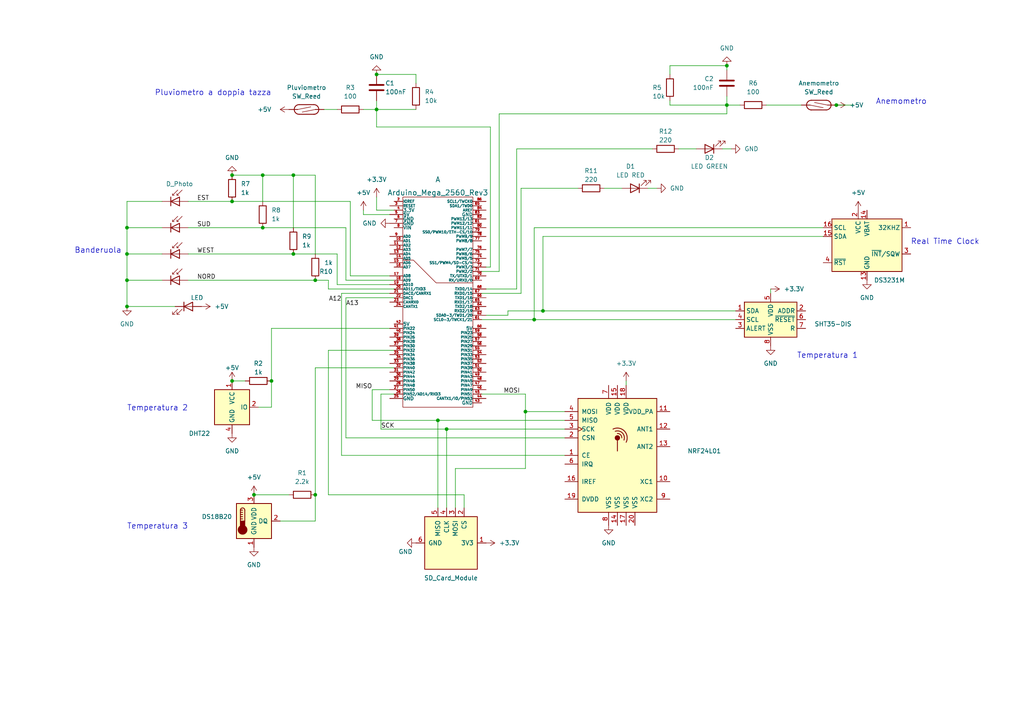
<source format=kicad_sch>
(kicad_sch (version 20211123) (generator eeschema)
  (paper "A4")
  (title_block (title "Master Weather Station - FedeJack") (date "2022-09-23") (rev "1.3"))
  (lib_symbols
    (symbol "Charleslabs_Parts:SD_Card_Module" (pin_names (offset 1.016))
      (property "Reference" "A" (at -7.62 10.16 0))
      (property "Value" "SD_Card_Module" (at 10.16 10.16 0))
      (symbol "SD_Card_Module_0_1"
        (rectangle (start -7.62 7.62) (end 7.62 -7.62) (stroke (width 0.254)) (fill (type background)))
      )
      (symbol "SD_Card_Module_1_1"
        (pin power_in line (at 0 10.16 270) (length 2.54) (name "3V3") (number "1"))
        (pin input line (at -10.16 3.81 0) (length 2.54) (name "CS") (number "2"))
        (pin input line (at -10.16 1.27 0) (length 2.54) (name "MOSI") (number "3"))
        (pin input line (at -10.16 -1.27 0) (length 2.54) (name "CLK") (number "4"))
        (pin output line (at -10.16 -3.81 0) (length 2.54) (name "MISO") (number "5"))
        (pin power_in line (at 0 -10.16 90) (length 2.54) (name "GND") (number "6"))
      )
    )
    (symbol "Device:C" (pin_numbers hide) (pin_names (offset 0.254))
      (property "Reference" "C" (at 0.635 2.54 0))
      (property "Value" "C" (at 0.635 -2.54 0))
      (symbol "C_0_1"
        (polyline (pts (xy -2.032 -0.762) (xy 2.032 -0.762)) (stroke (width 0.508)))
        (polyline (pts (xy -2.032 0.762) (xy 2.032 0.762)) (stroke (width 0.508)))
      )
      (symbol "C_1_1"
        (pin passive line (at 0 3.81 270) (length 2.794) (name "~") (number "1"))
        (pin passive line (at 0 -3.81 90) (length 2.794) (name "~") (number "2"))
      )
    )
    (symbol "Device:D_Photo" (pin_numbers hide) (pin_names hide)
      (property "Reference" "D" (at 0.508 1.778 0))
      (property "Value" "D_Photo" (at -1.016 -2.794 0))
      (symbol "D_Photo_0_1"
        (polyline (pts (xy -2.54 1.27) (xy -2.54 -1.27)) (stroke (width 0.254)))
        (polyline (pts (xy -2.032 1.778) (xy -1.524 1.778)))
        (polyline (pts (xy 0 0) (xy -2.54 0)))
        (polyline (pts (xy -0.508 3.302) (xy -2.032 1.778) (xy -2.032 2.286)))
        (polyline (pts (xy 0 -1.27) (xy 0 1.27) (xy -2.54 0) (xy 0 -1.27)) (stroke (width 0.254)))
        (polyline (pts (xy 0.762 3.302) (xy -0.762 1.778) (xy -0.762 2.286) (xy -0.762 1.778) (xy -0.254 1.778)))
      )
      (symbol "D_Photo_1_1"
        (pin passive line (at -5.08 0 0) (length 2.54) (name "K") (number "1"))
        (pin passive line (at 2.54 0 180) (length 2.54) (name "A") (number "2"))
      )
    )
    (symbol "Device:LED" (pin_numbers hide) (pin_names (offset 1.016) hide)
      (property "Reference" "D" (at 0 2.54 0))
      (property "Value" "LED" (at 0 -2.54 0))
      (symbol "LED_0_1"
        (polyline (pts (xy -1.27 -1.27) (xy -1.27 1.27)) (stroke (width 0.254)))
        (polyline (pts (xy -1.27 0) (xy 1.27 0)))
        (polyline (pts (xy 1.27 -1.27) (xy 1.27 1.27) (xy -1.27 0) (xy 1.27 -1.27)) (stroke (width 0.254)))
        (polyline (pts (xy -3.048 -0.762) (xy -4.572 -2.286) (xy -3.81 -2.286) (xy -4.572 -2.286) (xy -4.572 -1.524)))
        (polyline (pts (xy -1.778 -0.762) (xy -3.302 -2.286) (xy -2.54 -2.286) (xy -3.302 -2.286) (xy -3.302 -1.524)))
      )
      (symbol "LED_1_1"
        (pin passive line (at -3.81 0 0) (length 2.54) (name "K") (number "1"))
        (pin passive line (at 3.81 0 180) (length 2.54) (name "A") (number "2"))
      )
    )
    (symbol "Device:R" (pin_numbers hide) (pin_names (offset 0))
      (property "Reference" "R" (at 2.032 0 90))
      (property "Value" "R" (at 0 0 90))
      (symbol "R_0_1"
        (rectangle (start -1.016 -2.54) (end 1.016 2.54) (stroke (width 0.254)))
      )
      (symbol "R_1_1"
        (pin passive line (at 0 3.81 270) (length 1.27) (name "~") (number "1"))
        (pin passive line (at 0 -3.81 90) (length 1.27) (name "~") (number "2"))
      )
    )
    (symbol "RF:NRF24L01" (pin_names (offset 1.016))
      (property "Reference" "U" (at -11.43 17.78 0))
      (property "Value" "NRF24L01" (at 5.08 17.78 0))
      (symbol "NRF24L01_0_1"
        (rectangle (start -11.43 16.51) (end 11.43 -16.51) (stroke (width 0.254)) (fill (type background)))
        (polyline (pts (xy 0 4.445) (xy 0 1.27)) (stroke (width 0.254)))
        (circle (center 0 5.08) (radius 0.635) (stroke (width 0.254)) (fill (type outline)))
        (arc (start 1.27 5.08) (mid 0.9071 5.9946) (end 0 6.35) (stroke (width 0.254)))
        (arc (start 1.905 4.445) (mid 1.4313 6.5254) (end -0.635 6.985) (stroke (width 0.254)))
        (arc (start 2.54 3.81) (mid 2.008 7.088) (end -1.27 7.62) (stroke (width 0.254)))
        (rectangle (start 11.43 -13.97) (end 11.43 -13.97))
      )
      (symbol "NRF24L01_1_1"
        (pin input line (at -15.24 0 0) (length 3.81) (name "CE") (number "1"))
        (pin passive line (at 15.24 -7.62 180) (length 3.81) (name "XC1") (number "10"))
        (pin power_out line (at 15.24 12.7 180) (length 3.81) (name "VDD_PA") (number "11"))
        (pin passive line (at 15.24 7.62 180) (length 3.81) (name "ANT1") (number "12"))
        (pin passive line (at 15.24 2.54 180) (length 3.81) (name "ANT2") (number "13"))
        (pin power_in line (at 0 -20.32 90) (length 3.81) (name "VSS") (number "14"))
        (pin power_in line (at 0 20.32 270) (length 3.81) (name "VDD") (number "15"))
        (pin passive line (at -15.24 -7.62 0) (length 3.81) (name "IREF") (number "16"))
        (pin power_in line (at 2.54 -20.32 90) (length 3.81) (name "VSS") (number "17"))
        (pin power_in line (at 2.54 20.32 270) (length 3.81) (name "VDD") (number "18"))
        (pin power_out line (at -15.24 -12.7 0) (length 3.81) (name "DVDD") (number "19"))
        (pin input line (at -15.24 5.08 0) (length 3.81) (name "CSN") (number "2"))
        (pin power_in line (at 5.08 -20.32 90) (length 3.81) (name "VSS") (number "20"))
        (pin input clock (at -15.24 7.62 0) (length 3.81) (name "SCK") (number "3"))
        (pin input line (at -15.24 12.7 0) (length 3.81) (name "MOSI") (number "4"))
        (pin output line (at -15.24 10.16 0) (length 3.81) (name "MISO") (number "5"))
        (pin output line (at -15.24 -2.54 0) (length 3.81) (name "IRQ") (number "6"))
        (pin power_in line (at -2.54 20.32 270) (length 3.81) (name "VDD") (number "7"))
        (pin power_in line (at -2.54 -20.32 90) (length 3.81) (name "VSS") (number "8"))
        (pin passive line (at 15.24 -12.7 180) (length 3.81) (name "XC2") (number "9"))
      )
    )
    (symbol "Sensor:DHT11"
      (property "Reference" "U" (at -3.81 6.35 0))
      (property "Value" "DHT11" (at 3.81 6.35 0))
      (symbol "DHT11_0_1"
        (rectangle (start -5.08 5.08) (end 5.08 -5.08) (stroke (width 0.254)) (fill (type background)))
      )
      (symbol "DHT11_1_1"
        (pin power_in line (at 0 7.62 270) (length 2.54) (name "VCC") (number "1"))
        (pin bidirectional line (at 7.62 0 180) (length 2.54) (name "IO") (number "2"))
        (pin no_connect line (at -5.08 0 0) (length 2.54) hide (name "NC") (number "3"))
        (pin power_in line (at 0 -7.62 90) (length 2.54) (name "GND") (number "4"))
      )
    )
    (symbol "Sensor_Humidity:SHT35-DIS"
      (property "Reference" "U" (at -6.35 6.35 0))
      (property "Value" "SHT35-DIS" (at 6.35 6.35 0))
      (symbol "SHT35-DIS_0_1"
        (rectangle (start -7.62 5.08) (end 7.62 -5.08) (stroke (width 0.254)) (fill (type background)))
      )
      (symbol "SHT35-DIS_1_1"
        (pin bidirectional line (at 10.16 2.54 180) (length 2.54) (name "SDA") (number "1"))
        (pin input line (at -10.16 2.54 0) (length 2.54) (name "ADDR") (number "2"))
        (pin output line (at 10.16 -2.54 180) (length 2.54) (name "ALERT") (number "3"))
        (pin input line (at 10.16 0 180) (length 2.54) (name "SCL") (number "4"))
        (pin power_in line (at 0 7.62 270) (length 2.54) (name "VDD") (number "5"))
        (pin input line (at -10.16 0 0) (length 2.54) (name "~{RESET}") (number "6"))
        (pin passive line (at -10.16 -2.54 0) (length 2.54) (name "R") (number "7"))
        (pin power_in line (at 0 -7.62 90) (length 2.54) (name "VSS") (number "8"))
        (pin passive line (at 0 -7.62 90) (length 2.54) hide (name "VSS") (number "9"))
      )
    )
    (symbol "Sensor_Temperature:DS18B20" (pin_names (offset 1.016))
      (property "Reference" "U" (at -3.81 6.35 0))
      (property "Value" "DS18B20" (at 6.35 6.35 0))
      (symbol "DS18B20_0_1"
        (rectangle (start -5.08 5.08) (end 5.08 -5.08) (stroke (width 0.254)) (fill (type background)))
        (circle (center -3.302 -2.54) (radius 1.27) (stroke (width 0.254)) (fill (type outline)))
        (rectangle (start -2.667 -1.905) (end -3.937 0) (stroke (width 0.254)) (fill (type outline)))
        (arc (start -2.667 3.175) (mid -3.302 3.81) (end -3.937 3.175) (stroke (width 0.254)))
        (polyline (pts (xy -3.937 0.635) (xy -3.302 0.635)) (stroke (width 0.254)))
        (polyline (pts (xy -3.937 1.27) (xy -3.302 1.27)) (stroke (width 0.254)))
        (polyline (pts (xy -3.937 1.905) (xy -3.302 1.905)) (stroke (width 0.254)))
        (polyline (pts (xy -3.937 2.54) (xy -3.302 2.54)) (stroke (width 0.254)))
        (polyline (pts (xy -3.937 3.175) (xy -3.937 0)) (stroke (width 0.254)))
        (polyline (pts (xy -3.937 3.175) (xy -3.302 3.175)) (stroke (width 0.254)))
        (polyline (pts (xy -2.667 3.175) (xy -2.667 0)) (stroke (width 0.254)))
      )
      (symbol "DS18B20_1_1"
        (pin power_in line (at 0 -7.62 90) (length 2.54) (name "GND") (number "1"))
        (pin bidirectional line (at 7.62 0 180) (length 2.54) (name "DQ") (number "2"))
        (pin power_in line (at 0 7.62 270) (length 2.54) (name "VDD") (number "3"))
      )
    )
    (symbol "Switch:SW_Reed" (pin_numbers hide) (pin_names (offset 0) hide)
      (property "Reference" "SW" (at 0 2.54 0))
      (property "Value" "SW_Reed" (at 0 -2.54 0))
      (symbol "SW_Reed_0_0"
        (arc (start -2.159 1.397) (mid -3.556 0) (end -2.159 -1.397) (stroke (width 0.254)))
        (polyline (pts (xy -2.54 0) (xy 1.27 0.762)))
        (polyline (pts (xy -2.159 -1.397) (xy 2.286 -1.397)) (stroke (width 0.254)))
        (polyline (pts (xy 2.159 1.397) (xy -2.159 1.397)) (stroke (width 0.254)))
        (polyline (pts (xy 2.54 0) (xy -1.27 -0.762)))
        (arc (start 2.159 -1.397) (mid 3.556 0) (end 2.159 1.397) (stroke (width 0.254)))
      )
      (symbol "SW_Reed_1_1"
        (pin passive line (at -5.08 0 0) (length 2.54) (name "1") (number "1"))
        (pin passive line (at 5.08 0 180) (length 2.54) (name "2") (number "2"))
      )
    )
    (symbol "Timer_RTC:DS3231M"
      (property "Reference" "U" (at -7.62 8.89 0))
      (property "Value" "DS3231M" (at 10.16 8.89 0))
      (symbol "DS3231M_0_1"
        (rectangle (start -10.16 7.62) (end 10.16 -7.62) (stroke (width 0.254)) (fill (type background)))
      )
      (symbol "DS3231M_1_1"
        (pin open_collector line (at 12.7 5.08 180) (length 2.54) (name "32KHZ") (number "1"))
        (pin passive line (at 0 -10.16 90) (length 2.54) hide (name "GND") (number "10"))
        (pin passive line (at 0 -10.16 90) (length 2.54) hide (name "GND") (number "11"))
        (pin passive line (at 0 -10.16 90) (length 2.54) hide (name "GND") (number "12"))
        (pin power_in line (at 0 -10.16 90) (length 2.54) (name "GND") (number "13"))
        (pin power_in line (at 0 10.16 270) (length 2.54) (name "VBAT") (number "14"))
        (pin bidirectional line (at -12.7 2.54 0) (length 2.54) (name "SDA") (number "15"))
        (pin input line (at -12.7 5.08 0) (length 2.54) (name "SCL") (number "16"))
        (pin power_in line (at -2.54 10.16 270) (length 2.54) (name "VCC") (number "2"))
        (pin open_collector line (at 12.7 -2.54 180) (length 2.54) (name "~{INT}/SQW") (number "3"))
        (pin bidirectional line (at -12.7 -5.08 0) (length 2.54) (name "~{RST}") (number "4"))
        (pin passive line (at 0 -10.16 90) (length 2.54) hide (name "GND") (number "5"))
        (pin passive line (at 0 -10.16 90) (length 2.54) hide (name "GND") (number "6"))
        (pin passive line (at 0 -10.16 90) (length 2.54) hide (name "GND") (number "7"))
        (pin passive line (at 0 -10.16 90) (length 2.54) hide (name "GND") (number "8"))
        (pin passive line (at 0 -10.16 90) (length 2.54) hide (name "GND") (number "9"))
      )
    )
    (symbol "power:+3.3V" (power) (pin_names (offset 0))
      (property "Value" "+3.3V" (at 0 3.556 0))
      (symbol "+3.3V_0_1"
        (polyline (pts (xy -0.762 1.27) (xy 0 2.54)))
        (polyline (pts (xy 0 0) (xy 0 2.54)))
        (polyline (pts (xy 0 2.54) (xy 0.762 1.27)))
      )
      (symbol "+3.3V_1_1"
        (pin power_in line (at 0 0 90) (length 0) hide (name "+3.3V") (number "1"))
      )
    )
    (symbol "power:+5V" (power) (pin_names (offset 0))
      (property "Value" "+5V" (at 0 3.556 0))
      (symbol "+5V_0_1"
        (polyline (pts (xy -0.762 1.27) (xy 0 2.54)))
        (polyline (pts (xy 0 0) (xy 0 2.54)))
        (polyline (pts (xy 0 2.54) (xy 0.762 1.27)))
      )
      (symbol "+5V_1_1"
        (pin power_in line (at 0 0 90) (length 0) hide (name "+5V") (number "1"))
      )
    )
    (symbol "power:GND" (power) (pin_names (offset 0))
      (property "Value" "GND" (at 0 -3.81 0))
      (symbol "GND_0_1"
        (polyline (pts (xy 0 0) (xy 0 -1.27) (xy 1.27 -1.27) (xy 0 -2.54) (xy -1.27 -1.27) (xy 0 -1.27)))
      )
      (symbol "GND_1_1"
        (pin power_in line (at 0 0 270) (length 0) hide (name "GND") (number "1"))
      )
    )
    (symbol "w_connectors:Arduino_Mega_Header" (pin_names (offset 0.0254))
      (property "Reference" "J" (at 0 31.75 0))
      (property "Value" "Arduino_Mega_Header" (at 0 -31.75 0))
      (symbol "Arduino_Mega_Header_0_1"
        (polyline (pts (xy -8.636 12.192) (xy -9.652 12.192)))
        (polyline (pts (xy 10.16 5.588) (xy -0.508 5.588) (xy -7.112 12.192) (xy -10.16 12.192)))
        (rectangle (start 10.16 -30.48) (end -10.16 30.48))
      )
      (symbol "Arduino_Mega_Header_1_1"
        (pin passive line (at -12.7 17.78 0) (length 2.54) (name "AD1") (number "10"))
        (pin passive line (at -13.97 16.51 0) (length 3.81) (name "AD2") (number "11"))
        (pin passive line (at -12.7 15.24 0) (length 2.54) (name "AD3") (number "12"))
        (pin passive line (at -13.97 13.97 0) (length 3.81) (name "AD4") (number "13"))
        (pin passive line (at -12.7 12.7 0) (length 2.54) (name "AD5") (number "14"))
        (pin passive line (at -13.97 11.43 0) (length 3.81) (name "AD6") (number "15"))
        (pin passive line (at -12.7 10.16 0) (length 2.54) (name "AD7") (number "16"))
        (pin passive line (at -13.97 7.62 0) (length 3.81) (name "AD8") (number "17"))
        (pin passive line (at -12.7 6.35 0) (length 2.54) (name "AD9") (number "18"))
        (pin passive line (at -13.97 5.08 0) (length 3.81) (name "AD10") (number "19"))
        (pin passive line (at -12.7 29.21 0) (length 2.54) (name "IOREF") (number "2"))
        (pin passive line (at -12.7 3.81 0) (length 2.54) (name "AD11/TXD3") (number "20"))
        (pin passive line (at -13.97 2.54 0) (length 3.81) (name "DAC0/CANRX1") (number "21"))
        (pin passive line (at -12.7 1.27 0) (length 2.54) (name "DAC1") (number "22"))
        (pin passive line (at -13.97 0 0) (length 3.81) (name "CANRX0") (number "23"))
        (pin passive line (at -12.7 -1.27 0) (length 2.54) (name "CANTX1") (number "24"))
        (pin passive line (at -13.97 -27.94 0) (length 3.81) (name "GND") (number "25"))
        (pin passive line (at -12.7 -26.67 0) (length 2.54) (name "PIN52/AD14/RXD3") (number "26"))
        (pin passive line (at -13.97 -25.4 0) (length 3.81) (name "PIN50") (number "27"))
        (pin passive line (at -12.7 -24.13 0) (length 2.54) (name "PIN48") (number "28"))
        (pin passive line (at -13.97 -22.86 0) (length 3.81) (name "PIN46") (number "29"))
        (pin passive line (at -13.97 27.94 0) (length 3.81) (name "RESET") (number "3"))
        (pin passive line (at -12.7 -21.59 0) (length 2.54) (name "PIN44") (number "30"))
        (pin passive line (at -13.97 -20.32 0) (length 3.81) (name "PIN42") (number "31"))
        (pin passive line (at -12.7 -19.05 0) (length 2.54) (name "PIN40") (number "32"))
        (pin passive line (at -13.97 -17.78 0) (length 3.81) (name "PIN38") (number "33"))
        (pin passive line (at -12.7 -16.51 0) (length 2.54) (name "PIN36") (number "34"))
        (pin passive line (at -13.97 -15.24 0) (length 3.81) (name "PIN34") (number "35"))
        (pin passive line (at -12.7 -13.97 0) (length 2.54) (name "PIN32") (number "36"))
        (pin passive line (at -13.97 -12.7 0) (length 3.81) (name "PIN30") (number "37"))
        (pin passive line (at -12.7 -11.43 0) (length 2.54) (name "PIN28") (number "38"))
        (pin passive line (at -13.97 -10.16 0) (length 3.81) (name "PIN26") (number "39"))
        (pin passive line (at -12.7 26.67 0) (length 2.54) (name "3.3V") (number "4"))
        (pin passive line (at -12.7 -8.89 0) (length 2.54) (name "PIN24") (number "40"))
        (pin passive line (at -13.97 -7.62 0) (length 3.81) (name "PIN22") (number "41"))
        (pin passive line (at -12.7 -6.35 0) (length 2.54) (name "5V") (number "42"))
        (pin passive line (at 12.7 -29.21 180) (length 2.54) (name "GND") (number "43"))
        (pin passive line (at 13.97 -27.94 180) (length 3.81) (name "CANTX1/IO/PIN53") (number "44"))
        (pin passive line (at 12.7 -26.67 180) (length 2.54) (name "PIN51") (number "45"))
        (pin passive line (at 13.97 -25.4 180) (length 3.81) (name "PIN49") (number "46"))
        (pin passive line (at 12.7 -24.13 180) (length 2.54) (name "PIN47") (number "47"))
        (pin passive line (at 13.97 -22.86 180) (length 3.81) (name "PIN45") (number "48"))
        (pin passive line (at 12.7 -21.59 180) (length 2.54) (name "PIN43") (number "49"))
        (pin passive line (at -13.97 25.4 0) (length 3.81) (name "5V") (number "5"))
        (pin passive line (at 13.97 -20.32 180) (length 3.81) (name "PIN41") (number "50"))
        (pin passive line (at 12.7 -19.05 180) (length 2.54) (name "PIN39") (number "51"))
        (pin passive line (at 13.97 -17.78 180) (length 3.81) (name "PIN37") (number "52"))
        (pin passive line (at 12.7 -16.51 180) (length 2.54) (name "PIN35") (number "53"))
        (pin passive line (at 13.97 -15.24 180) (length 3.81) (name "PIN33") (number "54"))
        (pin passive line (at 12.7 -13.97 180) (length 2.54) (name "PIN31") (number "55"))
        (pin passive line (at 13.97 -12.7 180) (length 3.81) (name "PIN29") (number "56"))
        (pin passive line (at 12.7 -11.43 180) (length 2.54) (name "PIN27") (number "57"))
        (pin passive line (at 13.97 -10.16 180) (length 3.81) (name "PIN25") (number "58"))
        (pin passive line (at 12.7 -8.89 180) (length 2.54) (name "PIN23") (number "59"))
        (pin passive line (at -12.7 24.13 0) (length 2.54) (name "GND") (number "6"))
        (pin passive line (at 13.97 -7.62 180) (length 3.81) (name "5V") (number "60"))
        (pin passive line (at 12.7 -5.08 180) (length 2.54) (name "SCL0-3/TWCK1/21") (number "61"))
        (pin passive line (at 13.97 -3.81 180) (length 3.81) (name "SDA0-3/TWD1/20") (number "62"))
        (pin passive line (at 12.7 -2.54 180) (length 2.54) (name "RXD2/19") (number "63"))
        (pin passive line (at 13.97 -1.27 180) (length 3.81) (name "TXD2/18") (number "64"))
        (pin passive line (at 12.7 0 180) (length 2.54) (name "RXD1/17") (number "65"))
        (pin passive line (at 13.97 1.27 180) (length 3.81) (name "TXD1/16") (number "66"))
        (pin passive line (at 12.7 2.54 180) (length 2.54) (name "RXD0/15") (number "67"))
        (pin passive line (at 13.97 3.81 180) (length 3.81) (name "TXD0/14") (number "68"))
        (pin passive line (at 12.7 6.35 180) (length 2.54) (name "RX/URXD/0") (number "69"))
        (pin passive line (at -13.97 22.86 0) (length 3.81) (name "GND") (number "7"))
        (pin passive line (at 13.97 7.62 180) (length 3.81) (name "TX/UTXD/1") (number "70"))
        (pin passive line (at 12.7 8.89 180) (length 2.54) (name "PWM2/2") (number "71"))
        (pin passive line (at 13.97 10.16 180) (length 3.81) (name "PWM3/3") (number "72"))
        (pin passive line (at 12.7 11.43 180) (length 2.54) (name "SS1/PWM4/SD-CS/4") (number "73"))
        (pin passive line (at 13.97 12.7 180) (length 3.81) (name "PWM5/5") (number "74"))
        (pin passive line (at 12.7 13.97 180) (length 2.54) (name "PWM6/6") (number "75"))
        (pin passive line (at 13.97 15.24 180) (length 3.81) (name "PWM7/7") (number "76"))
        (pin passive line (at 12.7 17.78 180) (length 2.54) (name "PWM8/8") (number "77"))
        (pin passive line (at 13.97 19.05 180) (length 3.81) (name "PWM9/9") (number "78"))
        (pin passive line (at 12.7 20.32 180) (length 2.54) (name "SS0/PWM10/ETH-CS/10") (number "79"))
        (pin passive line (at -12.7 21.59 0) (length 2.54) (name "VIN") (number "8"))
        (pin passive line (at 13.97 21.59 180) (length 3.81) (name "PWM11/11") (number "80"))
        (pin passive line (at 12.7 22.86 180) (length 2.54) (name "PWM12/12") (number "81"))
        (pin passive line (at 13.97 24.13 180) (length 3.81) (name "PWM13/13") (number "82"))
        (pin passive line (at 12.7 25.4 180) (length 2.54) (name "GND") (number "83"))
        (pin passive line (at 13.97 26.67 180) (length 3.81) (name "AREF") (number "84"))
        (pin passive line (at 12.7 27.94 180) (length 2.54) (name "SDA1/TWD0") (number "85"))
        (pin passive line (at 13.97 29.21 180) (length 3.81) (name "SCL1/TWCK0") (number "86"))
        (pin passive line (at -13.97 19.05 0) (length 3.81) (name "AD0") (number "9"))
      )
    )
  )
  (junction (at 36.83 66.04))
  (junction (at 91.44 81.28))
  (junction (at 129.54 124.46))
  (junction (at 91.44 143.51))
  (junction (at 73.66 143.51))
  (junction (at 78.74 110.49))
  (junction (at 36.83 73.66))
  (junction (at 152.4 119.38))
  (junction (at 157.48 90.17))
  (junction (at 210.82 19.05))
  (junction (at 36.83 81.28))
  (junction (at 36.83 88.9))
  (junction (at 242.57 30.48))
  (junction (at 85.09 73.66))
  (junction (at 127 121.92))
  (junction (at 76.2 50.8))
  (junction (at 67.31 110.49))
  (junction (at 210.82 30.48))
  (junction (at 109.22 21.59))
  (junction (at 76.2 66.04))
  (junction (at 67.31 58.42))
  (junction (at 67.31 50.8))
  (junction (at 154.94 92.71))
  (junction (at 85.09 50.8))
  (junction (at 109.22 31.75))
  (wire (pts (xy 95.25 81.28) (xy 95.25 83.82)))
  (wire (pts (xy 210.82 19.05) (xy 210.82 20.32)))
  (wire (pts (xy 175.26 54.61) (xy 180.34 54.61)))
  (wire (pts (xy 129.54 124.46) (xy 110.49 124.46)))
  (wire (pts (xy 214.63 30.48) (xy 210.82 30.48)))
  (wire (pts (xy 67.31 110.49) (xy 71.12 110.49)))
  (wire (pts (xy 151.13 85.09) (xy 151.13 54.61)))
  (wire (pts (xy 147.32 91.44) (xy 140.97 91.44)))
  (wire (pts (xy 109.22 31.75) (xy 109.22 36.83)))
  (wire (pts (xy 107.95 121.92) (xy 127 121.92)))
  (wire (pts (xy 105.41 60.96) (xy 105.41 62.23)))
  (wire (pts (xy 157.48 90.17) (xy 147.32 90.17)))
  (wire (pts (xy 85.09 73.66) (xy 97.79 73.66)))
  (wire (pts (xy 78.74 95.25) (xy 113.03 95.25)))
  (wire (pts (xy 95.25 143.51) (xy 134.62 143.51)))
  (wire (pts (xy 101.6 80.01) (xy 113.03 80.01)))
  (wire (pts (xy 134.62 143.51) (xy 134.62 147.32)))
  (wire (pts (xy 196.85 43.18) (xy 201.93 43.18)))
  (wire (pts (xy 144.78 78.74) (xy 139.7 78.74)))
  (wire (pts (xy 76.2 66.04) (xy 100.33 66.04)))
  (wire (pts (xy 91.44 81.28) (xy 95.25 81.28)))
  (wire (pts (xy 105.41 62.23) (xy 113.03 62.23)))
  (wire (pts (xy 139.7 92.71) (xy 154.94 92.71)))
  (wire (pts (xy 132.08 135.89) (xy 152.4 135.89)))
  (wire (pts (xy 114.3 101.6) (xy 95.25 101.6)))
  (wire (pts (xy 36.83 66.04) (xy 46.99 66.04)))
  (wire (pts (xy 147.32 90.17) (xy 147.32 91.44)))
  (wire (pts (xy 190.5 54.61) (xy 187.96 54.61)))
  (wire (pts (xy 152.4 119.38) (xy 152.4 114.3)))
  (wire (pts (xy 127 121.92) (xy 163.83 121.92)))
  (wire (pts (xy 107.95 113.03) (xy 107.95 121.92)))
  (wire (pts (xy 109.22 57.15) (xy 109.22 60.96)))
  (wire (pts (xy 163.83 119.38) (xy 152.4 119.38)))
  (wire (pts (xy 105.41 31.75) (xy 109.22 31.75)))
  (wire (pts (xy 109.22 29.21) (xy 109.22 31.75)))
  (wire (pts (xy 76.2 58.42) (xy 76.2 50.8)))
  (wire (pts (xy 142.24 36.83) (xy 142.24 77.47)))
  (wire (pts (xy 242.57 30.48) (xy 247.65 30.48)))
  (wire (pts (xy 54.61 81.28) (xy 91.44 81.28)))
  (wire (pts (xy 36.83 81.28) (xy 46.99 81.28)))
  (wire (pts (xy 36.83 73.66) (xy 36.83 81.28)))
  (wire (pts (xy 120.65 21.59) (xy 109.22 21.59)))
  (wire (pts (xy 100.33 81.28) (xy 114.3 81.28)))
  (wire (pts (xy 54.61 66.04) (xy 76.2 66.04)))
  (wire (pts (xy 67.31 58.42) (xy 101.6 58.42)))
  (wire (pts (xy 157.48 68.58) (xy 157.48 90.17)))
  (wire (pts (xy 114.3 86.36) (xy 100.33 86.36)))
  (wire (pts (xy 194.31 29.21) (xy 194.31 30.48)))
  (wire (pts (xy 99.06 85.09) (xy 99.06 132.08)))
  (wire (pts (xy 194.31 30.48) (xy 210.82 30.48)))
  (wire (pts (xy 223.52 85.09) (xy 223.52 83.82)))
  (wire (pts (xy 76.2 50.8) (xy 67.31 50.8)))
  (wire (pts (xy 142.24 77.47) (xy 140.97 77.47)))
  (wire (pts (xy 36.83 58.42) (xy 36.83 66.04)))
  (wire (pts (xy 54.61 58.42) (xy 67.31 58.42)))
  (wire (pts (xy 222.25 30.48) (xy 232.41 30.48)))
  (wire (pts (xy 100.33 127) (xy 163.83 127)))
  (wire (pts (xy 238.76 66.04) (xy 154.94 66.04)))
  (wire (pts (xy 99.06 85.09) (xy 113.03 85.09)))
  (wire (pts (xy 109.22 60.96) (xy 114.3 60.96)))
  (wire (pts (xy 151.13 54.61) (xy 167.64 54.61)))
  (wire (pts (xy 91.44 143.51) (xy 91.44 106.68)))
  (wire (pts (xy 85.09 66.04) (xy 85.09 50.8)))
  (wire (pts (xy 81.28 151.13) (xy 91.44 151.13)))
  (wire (pts (xy 129.54 124.46) (xy 129.54 147.32)))
  (wire (pts (xy 78.74 118.11) (xy 78.74 110.49)))
  (wire (pts (xy 194.31 21.59) (xy 194.31 19.05)))
  (wire (pts (xy 36.83 81.28) (xy 36.83 88.9)))
  (wire (pts (xy 36.83 73.66) (xy 46.99 73.66)))
  (wire (pts (xy 107.95 113.03) (xy 113.03 113.03)))
  (wire (pts (xy 139.7 85.09) (xy 151.13 85.09)))
  (wire (pts (xy 54.61 73.66) (xy 85.09 73.66)))
  (wire (pts (xy 154.94 66.04) (xy 154.94 92.71)))
  (wire (pts (xy 97.79 82.55) (xy 113.03 82.55)))
  (wire (pts (xy 181.61 111.76) (xy 181.61 110.49)))
  (wire (pts (xy 152.4 135.89) (xy 152.4 119.38)))
  (wire (pts (xy 238.76 68.58) (xy 157.48 68.58)))
  (wire (pts (xy 163.83 124.46) (xy 129.54 124.46)))
  (wire (pts (xy 46.99 58.42) (xy 36.83 58.42)))
  (wire (pts (xy 149.86 83.82) (xy 149.86 43.18)))
  (wire (pts (xy 99.06 132.08) (xy 163.83 132.08)))
  (wire (pts (xy 120.65 24.13) (xy 120.65 21.59)))
  (wire (pts (xy 93.98 31.75) (xy 97.79 31.75)))
  (wire (pts (xy 152.4 114.3) (xy 139.7 114.3)))
  (wire (pts (xy 210.82 27.94) (xy 210.82 30.48)))
  (wire (pts (xy 100.33 66.04) (xy 100.33 81.28)))
  (wire (pts (xy 110.49 124.46) (xy 110.49 114.3)))
  (wire (pts (xy 85.09 50.8) (xy 76.2 50.8)))
  (wire (pts (xy 91.44 73.66) (xy 91.44 50.8)))
  (wire (pts (xy 149.86 43.18) (xy 189.23 43.18)))
  (wire (pts (xy 154.94 92.71) (xy 213.36 92.71)))
  (wire (pts (xy 78.74 95.25) (xy 78.74 110.49)))
  (wire (pts (xy 109.22 31.75) (xy 120.65 31.75)))
  (wire (pts (xy 127 121.92) (xy 127 147.32)))
  (wire (pts (xy 210.82 30.48) (xy 210.82 33.02)))
  (wire (pts (xy 91.44 151.13) (xy 91.44 143.51)))
  (wire (pts (xy 194.31 19.05) (xy 210.82 19.05)))
  (wire (pts (xy 101.6 80.01) (xy 101.6 58.42)))
  (wire (pts (xy 109.22 36.83) (xy 142.24 36.83)))
  (wire (pts (xy 210.82 33.02) (xy 144.78 33.02)))
  (wire (pts (xy 91.44 106.68) (xy 114.3 106.68)))
  (wire (pts (xy 36.83 66.04) (xy 36.83 73.66)))
  (wire (pts (xy 110.49 114.3) (xy 114.3 114.3)))
  (wire (pts (xy 213.36 90.17) (xy 157.48 90.17)))
  (wire (pts (xy 132.08 147.32) (xy 132.08 135.89)))
  (wire (pts (xy 212.09 43.18) (xy 209.55 43.18)))
  (wire (pts (xy 73.66 143.51) (xy 83.82 143.51)))
  (wire (pts (xy 36.83 88.9) (xy 50.8 88.9)))
  (wire (pts (xy 91.44 50.8) (xy 85.09 50.8)))
  (wire (pts (xy 100.33 86.36) (xy 100.33 127)))
  (wire (pts (xy 74.93 118.11) (xy 78.74 118.11)))
  (wire (pts (xy 95.25 101.6) (xy 95.25 143.51)))
  (wire (pts (xy 97.79 73.66) (xy 97.79 82.55)))
  (wire (pts (xy 95.25 83.82) (xy 114.3 83.82)))
  (wire (pts (xy 140.97 83.82) (xy 149.86 83.82)))
  (wire (pts (xy 144.78 33.02) (xy 144.78 78.74)))
  (text "Banderuola" (at 21.59 73.66 0) (effects (font (size 1.6 1.6)) (justify left bottom)))
  (text "Pluviometro a doppia tazza\n" (at 78.74 27.94 180) (effects (font (size 1.6 1.6)) (justify right bottom)))
  (text "Temperatura 2" (at 36.83 119.38 0) (effects (font (size 1.6 1.6)) (justify left bottom)))
  (text "Temperatura 3" (at 36.83 153.67 0) (effects (font (size 1.6 1.6)) (justify left bottom)))
  (text "Temperatura 1" (at 231.14 104.14 0) (effects (font (size 1.6 1.6)) (justify left bottom)))
  (text "Anemometro" (at 254 30.48 0) (effects (font (size 1.6 1.6)) (justify left bottom)))
  (text "Real Time Clock" (at 264.16 71.12 0) (effects (font (size 1.6 1.6)) (justify left bottom)))
  (label "EST" (at 57.15 58.42 0))
  (label "NORD" (at 57.15 81.28 0))
  (label "WEST" (at 57.15 73.66 0))
  (label "MISO" (at 107.95 113.03 180))
  (label "A13" (at 100.33 88.9 0))
  (label "SUD" (at 57.15 66.04 0))
  (label "MOSI" (at 146.05 114.3 0))
  (label "SCK" (at 110.49 124.46 0))
  (label "A12" (at 99.06 87.63 180))
  (symbol (lib_id "Device:R") (at 193.04 43.18 270) (unit 1)
    (property "Reference" "R12" (at 193.04 38.1 90))
    (property "Value" "220" (at 193.04 40.64 90))
  )
  (symbol (lib_id "Device:LED") (at 205.74 43.18 180) (unit 1)
    (property "Reference" "D2" (at 205.74 45.72 0))
    (property "Value" "LED GREEN" (at 205.74 48.26 0))
  )
  (symbol (lib_id "Device:R") (at 91.44 77.47 180) (unit 1)
    (property "Reference" "R10" (at 96.52 78.74 0) (effects (justify left)))
    (property "Value" "1k" (at 96.52 76.2 0) (effects (justify left)))
  )
  (symbol (lib_id "RF:NRF24L01") (at 179.07 132.08 0) (unit 1)
    (property "Reference" "NRF24L01" (at 199.39 130.81 0) (effects (justify left)))
    (property "Value" "NRF24L01" (effects hide))
    (property "Footprint" "Package_DFN_QFN:QFN-20-1EP_4x4mm_P0.5mm_EP2.5x2.5mm" (effects hide))
    (property "Datasheet" "http://www.nordicsemi.com/eng/content/download/2730/34105/file/nRF24L01_Product_Specification_v2_0.pdf" (effects hide))
  )
  (symbol (lib_id "power:+5V") (at 242.57 30.48 270) (mirror x) (unit 1)
    (property "Reference" "#PWR?" (effects hide))
    (property "Value" "+5V" (at 246.38 30.4799 90) (effects (justify left)))
  )
  (symbol (lib_id "Timer_RTC:DS3231M") (at 251.46 71.12 0) (unit 1)
    (property "Reference" "DS3231M" (at 253.4794 81.28 0) (effects (justify left)))
    (property "Value" "DS3231M" (effects hide))
    (property "Footprint" "Package_SO:SOIC-16W_7.5x10.3mm_P1.27mm" (effects hide))
    (property "Datasheet" "http://datasheets.maximintegrated.com/en/ds/DS3231.pdf" (effects hide))
  )
  (symbol (lib_id "Device:LED") (at 184.15 54.61 180) (unit 1)
    (property "Reference" "D1" (at 182.88 48.26 0))
    (property "Value" "LED RED" (at 182.88 50.8 0))
  )
  (symbol (lib_id "power:+5V") (at 105.41 60.96 0) (unit 1)
    (property "Reference" "#PWR?" (effects hide))
    (property "Value" "+5V" (at 105.41 55.88 0))
  )
  (symbol (lib_id "Charleslabs_Parts:SD_Card_Module") (at 130.81 157.48 270) (unit 1)
    (property "Reference" "SD_Card_Module" (at 130.81 167.64 90))
    (property "Value" "SD_Card_Module" (effects hide))
    (property "Footprint" "Charleslabs_Parts:SD_Card_Module" (effects hide))
  )
  (symbol (lib_id "w_connectors:Arduino_Mega_Header") (at 127 87.63 0) (unit 1)
    (property "Reference" "A" (at 127 52.07 0) (effects (font (size 1.524 1.524))))
    (property "Value" "Arduino_Mega_2560_Rev3" (at 127 55.88 0) (effects (font (size 1.524 1.524))))
  )
  (symbol (lib_id "Device:R") (at 194.31 25.4 0) (unit 1)
    (property "Reference" "R5" (at 189.23 25.4 0) (effects (justify left)))
    (property "Value" "10k" (at 189.23 27.94 0) (effects (justify left)))
  )
  (symbol (lib_id "power:GND") (at 36.83 88.9 0) (unit 1)
    (property "Reference" "#PWR?" (effects hide))
    (property "Value" "GND" (at 36.83 93.98 0))
  )
  (symbol (lib_id "power:+5V") (at 73.66 143.51 0) (unit 1)
    (property "Reference" "#PWR?" (effects hide))
    (property "Value" "+5V" (at 73.66 138.43 0))
  )
  (symbol (lib_id "power:GND") (at 67.31 50.8 180) (unit 1)
    (property "Reference" "#PWR?" (effects hide))
    (property "Value" "GND" (at 67.31 45.72 0))
  )
  (symbol (lib_id "power:GND") (at 251.46 81.28 0) (unit 1)
    (property "Reference" "#PWR?" (effects hide))
    (property "Value" "GND" (at 251.46 86.36 0))
  )
  (symbol (lib_id "Sensor_Humidity:SHT35-DIS") (at 223.52 92.71 0) (mirror y) (unit 1)
    (property "Reference" "SHT35-DIS" (at 236.22 93.98 0) (effects (justify right)))
    (property "Value" "SHT35-DIS" (effects hide))
    (property "Footprint" "Sensor_Humidity:Sensirion_DFN-8-1EP_2.5x2.5mm_P0.5mm_EP1.1x1.7mm" (effects hide))
    (property "Datasheet" "https://www.sensirion.com/fileadmin/user_upload/customers/sensirion/Dokumente/2_Humidity_Sensors/Datasheets/Sensirion_Humidity_Sensors_SHT3x_Datasheet_digital.pdf" (effects hide))
  )
  (symbol (lib_id "Device:R") (at 74.93 110.49 270) (unit 1)
    (property "Reference" "R2" (at 74.93 105.41 90))
    (property "Value" "1k" (at 74.93 107.95 90))
  )
  (symbol (lib_id "power:GND") (at 73.66 158.75 0) (unit 1)
    (property "Reference" "#PWR?" (effects hide))
    (property "Value" "GND" (at 73.66 163.83 0))
  )
  (symbol (lib_id "Device:C") (at 210.82 24.13 0) (mirror y) (unit 1)
    (property "Reference" "C2" (at 207.01 22.8599 0) (effects (justify left)))
    (property "Value" "100nF" (at 207.01 25.3999 0) (effects (justify left)))
  )
  (symbol (lib_id "Device:D_Photo") (at 52.07 58.42 0) (unit 1)
    (property "Reference" "D?" (effects hide))
    (property "Value" "D_Photo" (at 52.07 53.34 0))
  )
  (symbol (lib_id "power:GND") (at 176.53 152.4 0) (unit 1)
    (property "Reference" "#PWR?" (effects hide))
    (property "Value" "GND" (at 176.53 157.48 0))
  )
  (symbol (lib_id "power:+3.3V") (at 181.61 110.49 0) (unit 1)
    (property "Reference" "#PWR?" (effects hide))
    (property "Value" "+3.3V" (at 181.61 105.41 0))
  )
  (symbol (lib_id "power:GND") (at 210.82 19.05 0) (mirror x) (unit 1)
    (property "Reference" "#PWR?" (effects hide))
    (property "Value" "GND" (at 210.82 13.97 0))
  )
  (symbol (lib_id "Device:R") (at 87.63 143.51 270) (unit 1)
    (property "Reference" "R1" (at 87.63 137.16 90))
    (property "Value" "2.2k" (at 87.63 139.7 90))
  )
  (symbol (lib_id "Device:D_Photo") (at 52.07 66.04 0) (unit 1)
    (property "Reference" "D?" (effects hide))
    (property "Value" "D_Photo" (effects hide))
  )
  (symbol (lib_id "Device:D_Photo") (at 52.07 81.28 0) (unit 1)
    (property "Reference" "D?" (effects hide))
    (property "Value" "D_Photo" (effects hide))
  )
  (symbol (lib_id "power:GND") (at 190.5 54.61 90) (unit 1)
    (property "Reference" "#PWR?" (effects hide))
    (property "Value" "GND" (at 194.31 54.6099 90) (effects (justify right)))
  )
  (symbol (lib_id "power:GND") (at 109.22 21.59 180) (unit 1)
    (property "Reference" "#PWR?" (effects hide))
    (property "Value" "GND" (at 109.22 16.51 0))
  )
  (symbol (lib_id "power:+5V") (at 58.42 88.9 270) (unit 1)
    (property "Reference" "#PWR?" (effects hide))
    (property "Value" "+5V" (at 62.23 88.8999 90) (effects (justify left)))
  )
  (symbol (lib_id "Device:R") (at 85.09 69.85 0) (unit 1)
    (property "Reference" "R9" (at 87.63 68.5799 0) (effects (justify left)))
    (property "Value" "1k" (at 87.63 71.1199 0) (effects (justify left)))
  )
  (symbol (lib_id "power:GND") (at 120.65 157.48 270) (unit 1)
    (property "Reference" "#PWR?" (effects hide))
    (property "Value" "GND" (at 115.57 160.02 90) (effects (justify left)))
  )
  (symbol (lib_id "Device:R") (at 171.45 54.61 270) (unit 1)
    (property "Reference" "R11" (at 171.45 49.53 90))
    (property "Value" "220" (at 171.45 52.07 90))
  )
  (symbol (lib_id "Switch:SW_Reed") (at 88.9 31.75 0) (unit 1)
    (property "Reference" "Pluviometro" (at 88.9 25.4 0))
    (property "Value" "SW_Reed" (at 88.9 27.94 0))
  )
  (symbol (lib_id "power:GND") (at 67.31 125.73 0) (unit 1)
    (property "Reference" "#PWR?" (effects hide))
    (property "Value" "GND" (at 67.31 130.81 0))
  )
  (symbol (lib_id "Device:LED") (at 54.61 88.9 0) (unit 1)
    (property "Reference" "D?" (effects hide))
    (property "Value" "LED" (at 57.15 86.36 0))
  )
  (symbol (lib_id "Sensor_Temperature:DS18B20") (at 73.66 151.13 0) (unit 1)
    (property "Reference" "DS18B20" (at 67.31 149.8599 0) (effects (justify right)))
    (property "Value" "DS18B20" (effects hide))
    (property "Footprint" "Package_TO_SOT_THT:TO-92_Inline" (effects hide))
    (property "Datasheet" "http://datasheets.maximintegrated.com/en/ds/DS18B20.pdf" (effects hide))
  )
  (symbol (lib_id "power:+3.3V") (at 223.52 83.82 270) (unit 1)
    (property "Reference" "#PWR?" (effects hide))
    (property "Value" "+3.3V" (at 227.33 83.8199 90) (effects (justify left)))
  )
  (symbol (lib_id "power:GND") (at 212.09 43.18 90) (unit 1)
    (property "Reference" "#PWR?" (effects hide))
    (property "Value" "GND" (at 215.9 43.1799 90) (effects (justify right)))
  )
  (symbol (lib_id "power:GND") (at 113.03 64.77 270) (unit 1)
    (property "Reference" "#PWR?" (effects hide))
    (property "Value" "GND" (at 109.22 64.7699 90) (effects (justify right)))
  )
  (symbol (lib_id "power:GND") (at 223.52 100.33 0) (unit 1)
    (property "Reference" "#PWR?" (effects hide))
    (property "Value" "GND" (at 223.52 105.41 0))
  )
  (symbol (lib_id "power:+5V") (at 248.92 60.96 0) (unit 1)
    (property "Reference" "#PWR?" (effects hide))
    (property "Value" "+5V" (at 248.92 55.88 0))
  )
  (symbol (lib_id "power:+3.3V") (at 140.97 157.48 270) (unit 1)
    (property "Reference" "#PWR?" (effects hide))
    (property "Value" "+3.3V" (at 144.78 157.4799 90) (effects (justify left)))
  )
  (symbol (lib_id "power:+5V") (at 83.82 31.75 90) (unit 1)
    (property "Reference" "#PWR?" (effects hide))
    (property "Value" "+5V" (at 78.74 31.75 90) (effects (justify left)))
  )
  (symbol (lib_id "power:+3.3V") (at 109.22 57.15 0) (unit 1)
    (property "Reference" "#PWR?" (effects hide))
    (property "Value" "+3.3V" (at 109.22 52.07 0))
  )
  (symbol (lib_id "power:+5V") (at 67.31 110.49 0) (unit 1)
    (property "Reference" "#PWR?" (effects hide))
    (property "Value" "+5V" (at 67.31 106.68 0))
  )
  (symbol (lib_id "Device:R") (at 67.31 54.61 0) (unit 1)
    (property "Reference" "R7" (at 69.85 53.3399 0) (effects (justify left)))
    (property "Value" "1k" (at 69.85 55.8799 0) (effects (justify left)))
  )
  (symbol (lib_id "Device:C") (at 109.22 25.4 0) (unit 1)
    (property "Reference" "C1" (at 111.76 24.13 0) (effects (justify left)))
    (property "Value" "100nF" (at 111.76 26.67 0) (effects (justify left)))
  )
  (symbol (lib_id "Device:D_Photo") (at 52.07 73.66 0) (unit 1)
    (property "Reference" "D?" (effects hide))
    (property "Value" "D_Photo" (effects hide))
  )
  (symbol (lib_id "Device:R") (at 218.44 30.48 90) (mirror x) (unit 1)
    (property "Reference" "R6" (at 218.44 24.13 90))
    (property "Value" "100" (at 218.44 26.67 90))
  )
  (symbol (lib_id "Device:R") (at 101.6 31.75 270) (unit 1)
    (property "Reference" "R3" (at 101.6 25.4 90))
    (property "Value" "100" (at 101.6 27.94 90))
  )
  (symbol (lib_id "Sensor:DHT11") (at 67.31 118.11 0) (unit 1)
    (property "Reference" "DHT22" (at 60.96 125.73 0) (effects (justify right)))
    (property "Value" "DHT22" (effects hide))
    (property "Footprint" "Sensor:Aosong_DHT11_5.5x12.0_P2.54mm" (effects hide))
    (property "Datasheet" "http://akizukidenshi.com/download/ds/aosong/DHT11.pdf" (effects hide))
  )
  (symbol (lib_id "Device:R") (at 120.65 27.94 0) (unit 1)
    (property "Reference" "R4" (at 123.19 26.6699 0) (effects (justify left)))
    (property "Value" "10k" (at 123.19 29.2099 0) (effects (justify left)))
  )
  (symbol (lib_id "Device:R") (at 76.2 62.23 0) (unit 1)
    (property "Reference" "R8" (at 78.74 60.9599 0) (effects (justify left)))
    (property "Value" "1k" (at 78.74 63.4999 0) (effects (justify left)))
  )
  (symbol (lib_id "Switch:SW_Reed") (at 237.49 30.48 0) (mirror y) (unit 1)
    (property "Reference" "Anemometro" (at 237.49 24.13 0))
    (property "Value" "SW_Reed" (at 237.49 26.67 0))
  )
)
</source>
